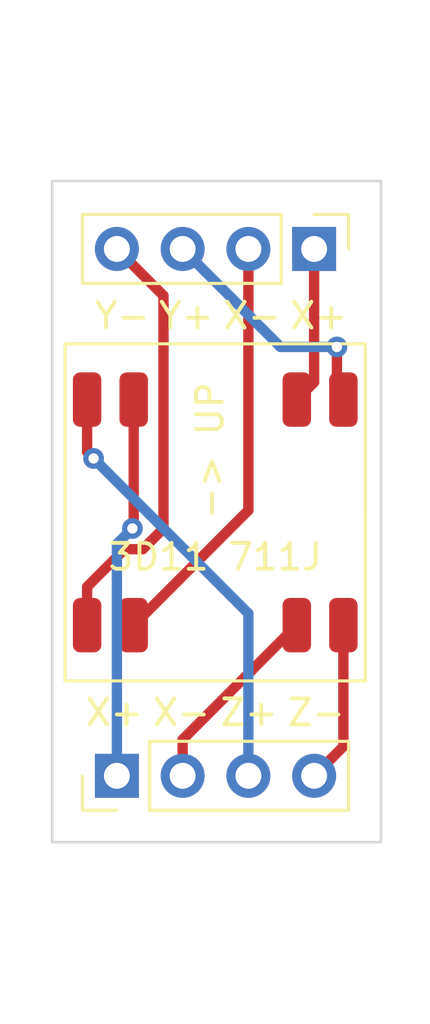
<source format=kicad_pcb>
(kicad_pcb (version 20211014) (generator pcbnew)
  (layers (0 "F.Cu" signal) (31 "B.Cu" signal) (34 "B.Paste" user) (35 "F.Paste" user) (36 "B.SilkS" user "B.Silkscreen") (37 "F.SilkS" user "F.Silkscreen") (38 "B.Mask" user) (39 "F.Mask" user) (44 "Edge.Cuts" user))
  (net 0 "")
  (net 1 "Net-(JXY-Pad1)")
  (net 2 "Net-(JXY-Pad2)")
  (net 3 "Net-(JXY-Pad3)")
  (net 4 "Net-(JXY-Pad4)")
  (net 5 "Net-(JXZ-Pad1)")
  (net 6 "Net-(JXZ-Pad2)")
  (net 7 "Net-(JXZ-Pad3)")
  (net 8 "Net-(JXZ-Pad4)")
  (footprint "Connector_PinHeader_2.54mm:PinHeader_1x04_P2.54mm_Vertical" (layer "F.Cu") (at 114.3 78.74 90)
    (fp_text reference "JXZ" hide)
    (fp_text value "Conn_01x04_MountingPin")
    (fp_line (start -1.33 0) (end -1.33 -1.33) (layer "F.SilkS") (width 0.12))
    (fp_line (start -1.33 8.95) (end 1.33 8.95) (layer "F.SilkS") (width 0.12))
    (fp_line (start -1.33 1.27) (end -1.33 8.95) (layer "F.SilkS") (width 0.12))
    (fp_line (start -1.33 -1.33) (end 0 -1.33) (layer "F.SilkS") (width 0.12))
    (fp_line (start -1.33 1.27) (end 1.33 1.27) (layer "F.SilkS") (width 0.12))
    (fp_line (start 1.33 1.27) (end 1.33 8.95) (layer "F.SilkS") (width 0.12))
    (pad "1" thru_hole rect (at 0 0 90) (size 1.7 1.7) (drill 1) (layers *.Cu *.Mask) (net 5 "Net-(JXZ-Pad1)"))
    (pad "2" thru_hole oval (at 0 2.54 90) (size 1.7 1.7) (drill 1) (layers *.Cu *.Mask) (net 6 "Net-(JXZ-Pad2)"))
    (pad "3" thru_hole oval (at 0 5.08 90) (size 1.7 1.7) (drill 1) (layers *.Cu *.Mask) (net 7 "Net-(JXZ-Pad3)"))
    (pad "4" thru_hole oval (at 0 7.62 90) (size 1.7 1.7) (drill 1) (layers *.Cu *.Mask) (net 8 "Net-(JXZ-Pad4)"))
  )
  (footprint "RF_Antenna:ZSUCORE_3D11-722J" (layer "F.Cu") (at 118.1 68.58)
    (fp_text reference "3D11 711J" (at 0 1.72 unlocked) (layer "F.SilkS"))
    (fp_text value "ZSUCORE_3D11-722J")
    (fp_line (start 5.8 6.5) (end 5.8 0) (layer "F.SilkS") (width 0.12))
    (fp_rect (start -5.8 6.5) (end 5.8 -6.5) (layer "F.SilkS") (width 0.12) (fill none))
    (pad "1" smd roundrect (at 4.95 -4.35) (size 1.1 2.1) (layers "F.Cu" "F.Paste" "F.Mask") (net 3 "Net-(JXY-Pad3)"))
    (pad "2" smd roundrect (at 3.15 -4.35) (size 1.1 2.1) (layers "F.Cu" "F.Paste" "F.Mask") (net 1 "Net-(JXY-Pad1)"))
    (pad "3" smd roundrect (at -3.15 -4.35) (size 1.1 2.1) (layers "F.Cu" "F.Paste" "F.Mask") (net 5 "Net-(JXZ-Pad1)"))
    (pad "4" smd roundrect (at -4.95 -4.35) (size 1.1 2.1) (layers "F.Cu" "F.Paste" "F.Mask") (net 7 "Net-(JXZ-Pad3)"))
    (pad "5" smd roundrect (at -4.95 4.35) (size 1.1 2.1) (layers "F.Cu" "F.Paste" "F.Mask") (net 4 "Net-(JXY-Pad4)"))
    (pad "6" smd roundrect (at -3.15 4.35) (size 1.1 2.1) (layers "F.Cu" "F.Paste" "F.Mask") (net 2 "Net-(JXY-Pad2)"))
    (pad "7" smd roundrect (at 3.15 4.35) (size 1.1 2.1) (layers "F.Cu" "F.Paste" "F.Mask") (net 6 "Net-(JXZ-Pad2)"))
    (pad "8" smd roundrect (at 4.95 4.35) (size 1.1 2.1) (layers "F.Cu" "F.Paste" "F.Mask") (net 8 "Net-(JXZ-Pad4)"))
  )
  (footprint "Connector_PinHeader_2.54mm:PinHeader_1x04_P2.54mm_Vertical" (layer "F.Cu") (at 121.92 58.42 -90)
    (fp_text reference "JXY" hide)
    (fp_text value "Conn_01x04_MountingPin")
    (fp_line (start -1.33 1.27) (end 1.33 1.27) (layer "F.SilkS") (width 0.12))
    (fp_line (start -1.33 8.95) (end 1.33 8.95) (layer "F.SilkS") (width 0.12))
    (fp_line (start -1.33 1.27) (end -1.33 8.95) (layer "F.SilkS") (width 0.12))
    (fp_line (start -1.33 -1.33) (end 0 -1.33) (layer "F.SilkS") (width 0.12))
    (fp_line (start 1.33 1.27) (end 1.33 8.95) (layer "F.SilkS") (width 0.12))
    (fp_line (start -1.33 0) (end -1.33 -1.33) (layer "F.SilkS") (width 0.12))
    (pad "1" thru_hole rect (at 0 0 270) (size 1.7 1.7) (drill 1) (layers *.Cu *.Mask) (net 1 "Net-(JXY-Pad1)"))
    (pad "2" thru_hole oval (at 0 2.54 270) (size 1.7 1.7) (drill 1) (layers *.Cu *.Mask) (net 2 "Net-(JXY-Pad2)"))
    (pad "3" thru_hole oval (at 0 5.08 270) (size 1.7 1.7) (drill 1) (layers *.Cu *.Mask) (net 3 "Net-(JXY-Pad3)"))
    (pad "4" thru_hole oval (at 0 7.62 270) (size 1.7 1.7) (drill 1) (layers *.Cu *.Mask) (net 4 "Net-(JXY-Pad4)"))
  )
  (gr_rect (start 111.8 55.8) (end 124.5 81.3) (layer "Edge.Cuts") (width 0.1) (fill none))
  (gr_text "X+" (at 122.1 61) (layer "F.SilkS") (effects (font (size 1 1))))
  (gr_text "Y+" (at 116.985714 61) (layer "F.SilkS") (effects (font (size 1 1))))
  (gr_text "Z-" (at 122 76.3) (layer "F.SilkS") (effects (font (size 1 1))))
  (gr_text "X+" (at 114.2 76.3) (layer "F.SilkS") (effects (font (size 1 1))))
  (gr_text "Z+" (at 119.4 76.3) (layer "F.SilkS") (effects (font (size 1 1))))
  (gr_text "X-" (at 119.519047 61) (layer "F.SilkS") (effects (font (size 1 1))))
  (gr_text "-> UP" (at 117.9 66.2 90) (layer "F.SilkS") (effects (font (size 1 1))))
  (gr_text "Y-" (at 114.5 61) (layer "F.SilkS") (effects (font (size 1 1))))
  (gr_text "X-" (at 116.8 76.3) (layer "F.SilkS") (effects (font (size 1 1))))
  (segment (start 121.92 58.42) (end 121.92 63.56) (width 0.4) (layer "F.Cu") (net 1))
  (segment (start 121.92 63.56) (end 121.25 64.23) (width 0.4) (layer "F.Cu") (net 1))
  (segment (start 119.38 68.5) (end 114.95 72.93) (width 0.4) (layer "F.Cu") (net 2))
  (segment (start 119.38 58.42) (end 119.38 68.5) (width 0.4) (layer "F.Cu") (net 2))
  (segment (start 122.8 62.2) (end 122.8 63.98) (width 0.4) (layer "F.Cu") (net 3))
  (segment (start 122.8 63.98) (end 123.05 64.23) (width 0.4) (layer "F.Cu") (net 3))
  (via (at 122.8 62.2) (size 0.8) (drill 0.4) (layers "F.Cu" "B.Cu") (net 3))
  (segment (start 120.62 62.2) (end 122.8 62.2) (width 0.4) (layer "B.Cu") (net 3))
  (segment (start 116.84 58.42) (end 120.62 62.2) (width 0.4) (layer "B.Cu") (net 3))
  (segment (start 115.99 60.11) (end 114.3 58.42) (width 0.4) (layer "F.Cu") (net 4))
  (segment (start 113.15 72.93) (end 113.15 71.45) (width 0.4) (layer "F.Cu") (net 4))
  (segment (start 113.15 71.45) (end 114.6 70) (width 0.4) (layer "F.Cu") (net 4))
  (segment (start 116.1 60.22) (end 115.99 60.11) (width 0.4) (layer "F.Cu") (net 4))
  (segment (start 115.3 70) (end 116.1 69.2) (width 0.4) (layer "F.Cu") (net 4))
  (segment (start 116.1 69.2) (end 116.1 60.22) (width 0.4) (layer "F.Cu") (net 4))
  (segment (start 114.6 70) (end 115.3 70) (width 0.4) (layer "F.Cu") (net 4))
  (segment (start 114.95 69.15) (end 114.9 69.2) (width 0.4) (layer "F.Cu") (net 5))
  (segment (start 114.95 64.23) (end 114.95 69.15) (width 0.4) (layer "F.Cu") (net 5))
  (via (at 114.9 69.2) (size 0.8) (drill 0.4) (layers "F.Cu" "B.Cu") (net 5))
  (segment (start 114.9 69.2) (end 114.3 69.8) (width 0.4) (layer "B.Cu") (net 5))
  (segment (start 114.3 69.8) (end 114.3 78.74) (width 0.4) (layer "B.Cu") (net 5))
  (segment (start 116.84 77.34) (end 116.84 78.74) (width 0.4) (layer "F.Cu") (net 6))
  (segment (start 121.25 72.93) (end 116.84 77.34) (width 0.4) (layer "F.Cu") (net 6))
  (segment (start 113.15 66.25) (end 113.4 66.5) (width 0.4) (layer "F.Cu") (net 7))
  (segment (start 113.15 64.23) (end 113.15 66.25) (width 0.4) (layer "F.Cu") (net 7))
  (via (at 113.4 66.5) (size 0.8) (drill 0.4) (layers "F.Cu" "B.Cu") (net 7))
  (segment (start 119.38 72.48) (end 119.38 78.74) (width 0.4) (layer "B.Cu") (net 7))
  (segment (start 113.4 66.5) (end 119.38 72.48) (width 0.4) (layer "B.Cu") (net 7))
  (segment (start 123.05 72.93) (end 123.05 77.61) (width 0.4) (layer "F.Cu") (net 8))
  (segment (start 123.05 77.61) (end 121.92 78.74) (width 0.4) (layer "F.Cu") (net 8))
)
</source>
